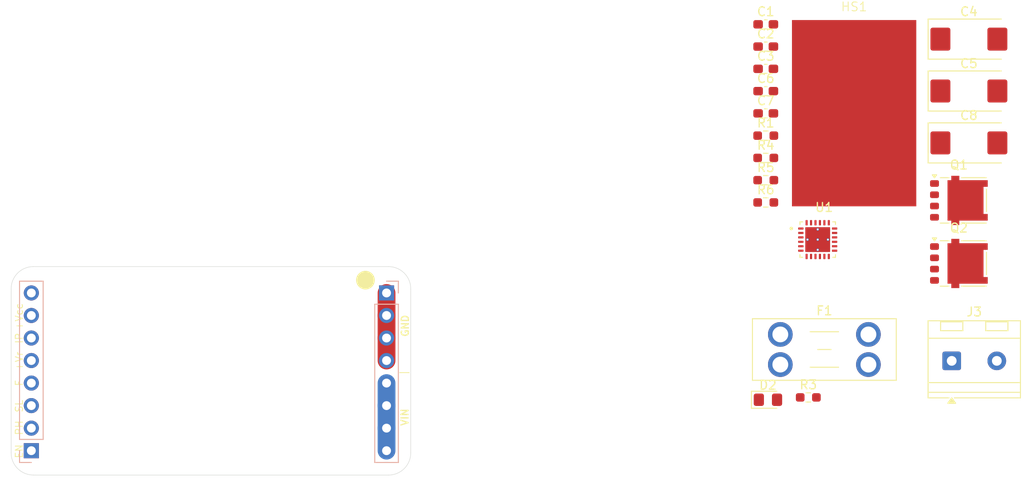
<source format=kicad_pcb>
(kicad_pcb (version 20241229) (generator "pcbnew") (generator_version "9.0")
  (layers (0 "F.Cu" signal) (2 "B.Cu" signal) (13 "F.Paste" user) (15 "B.Paste" user) (5 "F.SilkS" user "F.Silkscreen") (7 "B.SilkS" user "B.Silkscreen") (1 "F.Mask" user) (3 "B.Mask" user) (25 "Edge.Cuts" user))
  (net 0 "")
  (net 1 "Net-(U1-CPL)")
  (net 2 "Net-(U1-CPH)")
  (net 3 "+VM")
  (net 4 "Net-(U1-VCP)")
  (net 5 "GND")
  (net 6 "Net-(U1-AVDD)")
  (net 7 "/Power supply/Vin")
  (net 8 "Net-(D2-A)")
  (net 9 "/Motor driver/EN")
  (net 10 "Net-(U1-DVDD)")
  (net 11 "+Vcc")
  (net 13 "/Motor driver/FAULT")
  (net 14 "/Motor driver/PH")
  (net 15 "/Motor driver/SLEEP")
  (net 16 "/Motor driver/OUT1")
  (net 17 "unconnected-(J1-Pin_6-Pad6)")
  (net 18 "+Vref")
  (net 19 "Net-(Q1-G)")
  (net 20 "Net-(Q2-G)")
  (net 21 "Net-(U1-SH1)")
  (net 22 "Net-(U1-IDRIVE)")
  (net 23 "Net-(U1-SNSOUT)")
  (footprint "Capacitor_SMD:C_0603_1608Metric_Pad1.08x0.95mm_HandSolder" (layer "F.Cu") (at 132.98 36.08)
    (property "Reference" "C3" (at 0 -1.43 0) (layer "F.SilkS"))
    (property "Value" "100nF")
    (fp_line (start -0.146267 -0.51) (end 0.146267 -0.51) (stroke (width 0.12)) (layer "F.SilkS"))
    (fp_line (start -0.146267 0.51) (end 0.146267 0.51) (stroke (width 0.12)) (layer "F.SilkS"))
    (pad "1" smd roundrect (at -0.8625 0) (size 1.075 0.95) (layers "F.Cu" "F.Mask" "F.Paste") (net 3 "+VM"))
    (pad "2" smd roundrect (at 0.8625 0) (size 1.075 0.95) (layers "F.Cu" "F.Mask" "F.Paste") (net 5 "GND"))
  )
  (footprint "Package_SO:ONSemi_SO-8FL_488AA" (layer "F.Cu") (at 154.73 50.91)
    (property "Reference" "Q1" (at 0 -4 0) (layer "F.SilkS"))
    (property "Value" "NMOS")
    (fp_line (start -1.11825 -2.56) (end -2.10325 -2.56) (stroke (width 0.12)) (layer "F.SilkS"))
    (fp_line (start -1.11825 2.56) (end -2.10325 2.56) (stroke (width 0.12)) (layer "F.SilkS"))
    (fp_line (start 3.07775 -2.56) (end 0.30775 -2.56) (stroke (width 0.12)) (layer "F.SilkS"))
    (fp_line (start 3.07775 2.56) (end 0.30775 2.56) (stroke (width 0.12)) (layer "F.SilkS"))
    (fp_line (start 3.10775 -1.27) (end 3.10775 1.27) (stroke (width 0.12)) (layer "F.SilkS"))
    (fp_poly (pts (xy -2.75 -2.55) (xy -2.51 -2.88) (xy -2.99 -2.88) (xy -2.75 -2.55)) (stroke (width 0.12)) (fill yes) (layer "F.SilkS"))
    (pad "1" smd roundrect (at -2.74725 -1.905) (size 1 0.75) (layers "F.Cu" "F.Mask" "F.Paste") (net 3 "+VM"))
    (pad "2" smd roundrect (at -2.74725 -0.635) (size 1 0.75) (layers "F.Cu" "F.Mask" "F.Paste") (net 19 "Net-(Q1-G)"))
    (pad "3" smd roundrect (at -2.74725 0.635) (size 1 0.75) (layers "F.Cu" "F.Mask" "F.Paste") (net 16 "/Motor driver/OUT1"))
    (pad "4" smd roundrect (at -2.74725 1.905) (size 1 0.75) (layers "F.Cu" "F.Mask" "F.Paste"))
    (pad "5" smd custom (at 0.745 0) (size 4.055 4.56) (layers "F.Cu" "F.Mask" "F.Paste") (options (clearance outline) (anchor rect)) (primitives (gr_poly (pts (xy -0.6975 -2.28) (xy 2.5025 -2.28) (xy 2.5025 -1.53) (xy 1.905 -1.53) (xy 1.905 1.53) (xy 2.5025 1.53) (xy 2.5025 2.28) (xy -0.6975 2.28) (xy -0.6975 2.775) (xy -1.6025 2.775) (xy -1.6025 -2.775) (xy -0.6975 -2.775)) (width 0) (fill yes))))
  )
  (footprint "Resistor_SMD:R_0603_1608Metric_Pad0.98x0.95mm_HandSolder" (layer "F.Cu") (at 132.98 43.61)
    (property "Reference" "R1" (at 0 -1.43 0) (layer "F.SilkS"))
    (property "Value" "10k")
    (fp_line (start -0.254724 -0.5225) (end 0.254724 -0.5225) (stroke (width 0.12)) (layer "F.SilkS"))
    (fp_line (start -0.254724 0.5225) (end 0.254724 0.5225) (stroke (width 0.12)) (layer "F.SilkS"))
    (pad "1" smd roundrect (at -0.9125 0) (size 0.975 0.95) (layers "F.Cu" "F.Mask" "F.Paste") (net 11 "+Vcc"))
    (pad "2" smd roundrect (at 0.9125 0) (size 0.975 0.95) (layers "F.Cu" "F.Mask" "F.Paste") (net 13 "/Motor driver/FAULT"))
  )
  (footprint "Capacitor_Tantalum_SMD:CP_EIA-7343-40_Kemet-Y_HandSolder" (layer "F.Cu") (at 155.855 38.58)
    (property "Reference" "C5" (at 0 -3.1 0) (layer "F.SilkS"))
    (property "Value" "100uF")
    (fp_line (start -4.59 -2.26) (end -4.59 2.26) (stroke (width 0.12)) (layer "F.SilkS"))
    (fp_line (start -4.59 2.26) (end 3.65 2.26) (stroke (width 0.12)) (layer "F.SilkS"))
    (fp_line (start 3.65 -2.26) (end -4.59 -2.26) (stroke (width 0.12)) (layer "F.SilkS"))
    (pad "1" smd roundrect (at -3.2075 0) (size 2.245 2.59) (layers "F.Cu" "F.Mask" "F.Paste") (roundrect_rratio 0.111359) (net 3 "+VM"))
    (pad "2" smd roundrect (at 3.2075 0) (size 2.245 2.59) (layers "F.Cu" "F.Mask" "F.Paste") (roundrect_rratio 0.111359) (net 5 "GND"))
  )
  (footprint "Capacitor_SMD:C_0603_1608Metric_Pad1.08x0.95mm_HandSolder" (layer "F.Cu") (at 132.98 38.59)
    (property "Reference" "C6" (at 0 -1.43 0) (layer "F.SilkS"))
    (property "Value" "1uF")
    (fp_line (start -0.146267 -0.51) (end 0.146267 -0.51) (stroke (width 0.12)) (layer "F.SilkS"))
    (fp_line (start -0.146267 0.51) (end 0.146267 0.51) (stroke (width 0.12)) (layer "F.SilkS"))
    (pad "1" smd roundrect (at -0.8625 0) (size 1.075 0.95) (layers "F.Cu" "F.Mask" "F.Paste") (net 3 "+VM"))
    (pad "2" smd roundrect (at 0.8625 0) (size 1.075 0.95) (layers "F.Cu" "F.Mask" "F.Paste") (net 4 "Net-(U1-VCP)"))
  )
  (footprint "Capacitor_Tantalum_SMD:CP_EIA-7343-40_Kemet-Y_HandSolder" (layer "F.Cu") (at 155.855 32.73)
    (property "Reference" "C4" (at 0 -3.1 0) (layer "F.SilkS"))
    (property "Value" "100uF")
    (fp_line (start -4.59 -2.26) (end -4.59 2.26) (stroke (width 0.12)) (layer "F.SilkS"))
    (fp_line (start -4.59 2.26) (end 3.65 2.26) (stroke (width 0.12)) (layer "F.SilkS"))
    (fp_line (start 3.65 -2.26) (end -4.59 -2.26) (stroke (width 0.12)) (layer "F.SilkS"))
    (pad "1" smd roundrect (at -3.2075 0) (size 2.245 2.59) (layers "F.Cu" "F.Mask" "F.Paste") (roundrect_rratio 0.111359) (net 3 "+VM"))
    (pad "2" smd roundrect (at 3.2075 0) (size 2.245 2.59) (layers "F.Cu" "F.Mask" "F.Paste") (roundrect_rratio 0.111359) (net 5 "GND"))
  )
  (footprint "TerminalBlock_RND:TerminalBlock_RND_205-00232_1x02_P5.08mm_Horizontal" (layer "F.Cu") (at 153.92 69)
    (property "Reference" "J3" (at 2.54 -5.52 0) (layer "F.SilkS"))
    (property "Value" "1x2 5.08")
    (fp_line (start -2.66 -4.52) (end 7.74 -4.52) (stroke (width 0.12)) (layer "F.SilkS"))
    (fp_line (start -2.66 -2.55) (end 7.74 -2.55) (stroke (width 0.12)) (layer "F.SilkS"))
    (fp_line (start -2.66 2.45) (end 7.74 2.45) (stroke (width 0.12)) (layer "F.SilkS"))
    (fp_line (start -2.66 3.55) (end 7.74 3.55) (stroke (width 0.12)) (layer "F.SilkS"))
    (fp_line (start -2.66 4.17) (end -2.66 -4.52) (stroke (width 0.12)) (layer "F.SilkS"))
    (fp_line (start -1.25 -4.4) (end 1.25 -4.4) (stroke (width 0.12)) (layer "F.SilkS"))
    (fp_line (start -1.25 -3.4) (end -1.25 -4.4) (stroke (width 0.12)) (layer "F.SilkS"))
    (fp_line (start -0.3 4.17) (end -2.66 4.17) (stroke (width 0.12)) (layer "F.SilkS"))
    (fp_line (start 1.25 -4.4) (end 1.25 -3.4) (stroke (width 0.12)) (layer "F.SilkS"))
    (fp_line (start 1.25 -3.4) (end -1.25 -3.4) (stroke (width 0.12)) (layer "F.SilkS"))
    (fp_line (start 3.83 -4.4) (end 6.33 -4.4) (stroke (width 0.12)) (layer "F.SilkS"))
    (fp_line (start 3.83 -3.4) (end 3.83 -4.4) (stroke (width 0.12)) (layer "F.SilkS"))
    (fp_line (start 6.33 -4.4) (end 6.33 -3.4) (stroke (width 0.12)) (layer "F.SilkS"))
    (fp_line (start 6.33 -3.4) (end 3.83 -3.4) (stroke (width 0.12)) (layer "F.SilkS"))
    (fp_line (start 7.74 -4.52) (end 7.74 4.17) (stroke (width 0.12)) (layer "F.SilkS"))
    (fp_line (start 7.74 4.17) (end 0.3 4.17) (stroke (width 0.12)) (layer "F.SilkS"))
    (fp_poly (pts (xy 0 4.17) (xy 0.44 4.78) (xy -0.44 4.78)) (stroke (width 0.12)) (fill yes) (layer "F.SilkS"))
    (pad "1" thru_hole roundrect (at 0 0) (size 2.1 2.1) (drill 1.1) (layers "*.Cu" "*.Mask") (roundrect_rratio 0.119048) (net 16 "/Motor driver/OUT1"))
    (pad "2" thru_hole circle (at 5.08 0) (size 2.1 2.1) (drill 1.1) (layers "*.Cu" "*.Mask") (net 5 "GND"))
  )
  (footprint "Resistor_SMD:R_0603_1608Metric_Pad0.98x0.95mm_HandSolder" (layer "F.Cu") (at 132.98 48.63)
    (property "Reference" "R5" (at 0 -1.43 0) (layer "F.SilkS"))
    (property "Value" "200k")
    (fp_line (start -0.254724 -0.5225) (end 0.254724 -0.5225) (stroke (width 0.12)) (layer "F.SilkS"))
    (fp_line (start -0.254724 0.5225) (end 0.254724 0.5225) (stroke (width 0.12)) (layer "F.SilkS"))
    (pad "1" smd roundrect (at -0.9125 0) (size 0.975 0.95) (layers "F.Cu" "F.Mask" "F.Paste") (net 22 "Net-(U1-IDRIVE)"))
    (pad "2" smd roundrect (at 0.9125 0) (size 0.975 0.95) (layers "F.Cu" "F.Mask" "F.Paste") (net 5 "GND"))
  )
  (footprint "Package_SO:ONSemi_SO-8FL_488AA" (layer "F.Cu") (at 154.73 58.02)
    (property "Reference" "Q2" (at 0 -4 0) (layer "F.SilkS"))
    (property "Value" "NMOS")
    (fp_line (start -1.11825 -2.56) (end -2.10325 -2.56) (stroke (width 0.12)) (layer "F.SilkS"))
    (fp_line (start -1.11825 2.56) (end -2.10325 2.56) (stroke (width 0.12)) (layer "F.SilkS"))
    (fp_line (start 3.07775 -2.56) (end 0.30775 -2.56) (stroke (width 0.12)) (layer "F.SilkS"))
    (fp_line (start 3.07775 2.56) (end 0.30775 2.56) (stroke (width 0.12)) (layer "F.SilkS"))
    (fp_line (start 3.10775 -1.27) (end 3.10775 1.27) (stroke (width 0.12)) (layer "F.SilkS"))
    (fp_poly (pts (xy -2.75 -2.55) (xy -2.51 -2.88) (xy -2.99 -2.88) (xy -2.75 -2.55)) (stroke (width 0.12)) (fill yes) (layer "F.SilkS"))
    (pad "1" smd roundrect (at -2.74725 -1.905) (size 1 0.75) (layers "F.Cu" "F.Mask" "F.Paste") (net 16 "/Motor driver/OUT1"))
    (pad "2" smd roundrect (at -2.74725 -0.635) (size 1 0.75) (layers "F.Cu" "F.Mask" "F.Paste") (net 20 "Net-(Q2-G)"))
    (pad "3" smd roundrect (at -2.74725 0.635) (size 1 0.75) (layers "F.Cu" "F.Mask" "F.Paste") (net 5 "GND"))
    (pad "4" smd roundrect (at -2.74725 1.905) (size 1 0.75) (layers "F.Cu" "F.Mask" "F.Paste"))
    (pad "5" smd custom (at 0.745 0) (size 4.055 4.56) (layers "F.Cu" "F.Mask" "F.Paste") (options (clearance outline) (anchor rect)) (primitives (gr_poly (pts (xy -0.6975 -2.28) (xy 2.5025 -2.28) (xy 2.5025 -1.53) (xy 1.905 -1.53) (xy 1.905 1.53) (xy 2.5025 1.53) (xy 2.5025 2.28) (xy -0.6975 2.28) (xy -0.6975 2.775) (xy -1.6025 2.775) (xy -1.6025 -2.775) (xy -0.6975 -2.775)) (width 0) (fill yes))))
  )
  (footprint "Resistor_SMD:R_0603_1608Metric_Pad0.98x0.95mm_HandSolder" (layer "F.Cu") (at 137.77 73.12)
    (property "Reference" "R3" (at 0 -1.43 0) (layer "F.SilkS"))
    (property "Value" "4k7")
    (fp_line (start -0.254724 -0.5225) (end 0.254724 -0.5225) (stroke (width 0.12)) (layer "F.SilkS"))
    (fp_line (start -0.254724 0.5225) (end 0.254724 0.5225) (stroke (width 0.12)) (layer "F.SilkS"))
    (pad "1" smd roundrect (at -0.9125 0) (size 0.975 0.95) (layers "F.Cu" "F.Mask" "F.Paste") (net 3 "+VM"))
    (pad "2" smd roundrect (at 0.9125 0) (size 0.975 0.95) (layers "F.Cu" "F.Mask" "F.Paste") (net 8 "Net-(D2-A)"))
  )
  (footprint "Capacitor_SMD:C_0603_1608Metric_Pad1.08x0.95mm_HandSolder" (layer "F.Cu") (at 132.98 41.1)
    (property "Reference" "C7" (at 0 -1.43 0) (layer "F.SilkS"))
    (property "Value" "1uF")
    (fp_line (start -0.146267 -0.51) (end 0.146267 -0.51) (stroke (width 0.12)) (layer "F.SilkS"))
    (fp_line (start -0.146267 0.51) (end 0.146267 0.51) (stroke (width 0.12)) (layer "F.SilkS"))
    (pad "1" smd roundrect (at -0.8625 0) (size 1.075 0.95) (layers "F.Cu" "F.Mask" "F.Paste") (net 5 "GND"))
    (pad "2" smd roundrect (at 0.8625 0) (size 1.075 0.95) (layers "F.Cu" "F.Mask" "F.Paste") (net 10 "Net-(U1-DVDD)"))
  )
  (footprint "Resistor_SMD:R_0603_1608Metric_Pad0.98x0.95mm_HandSolder" (layer "F.Cu") (at 132.98 46.12)
    (property "Reference" "R4" (at 0 -1.43 0) (layer "F.SilkS"))
    (property "Value" "330R")
    (fp_line (start -0.254724 -0.5225) (end 0.254724 -0.5225) (stroke (width 0.12)) (layer "F.SilkS"))
    (fp_line (start -0.254724 0.5225) (end 0.254724 0.5225) (stroke (width 0.12)) (layer "F.SilkS"))
    (pad "1" smd roundrect (at -0.9125 0) (size 0.975 0.95) (layers "F.Cu" "F.Mask" "F.Paste") (net 5 "GND"))
    (pad "2" smd roundrect (at 0.9125 0) (size 0.975 0.95) (layers "F.Cu" "F.Mask" "F.Paste") (net 21 "Net-(U1-SH1)"))
  )
  (footprint "Fuse:Fuseholder_Blade_Mini_Keystone_3568" (layer "F.Cu") (at 134.62 66.02)
    (property "Reference" "F1" (at 4.96 -2.67 0) (layer "F.SilkS"))
    (property "Value" "FUSE 15A")
    (fp_line (start -3.14 -1.77) (end -3.14 5.17) (stroke (width 0.12)) (layer "F.SilkS"))
    (fp_line (start -3.14 5.17) (end 13.06 5.17) (stroke (width 0.12)) (layer "F.SilkS"))
    (fp_line (start 3.36 -0.3) (end 6.56 -0.3) (stroke (width 0.12)) (layer "F.SilkS"))
    (fp_line (start 4.21 1.7) (end 5.71 1.7) (stroke (width 0.12)) (layer "F.SilkS"))
    (fp_line (start 6.56 3.7) (end 3.36 3.7) (stroke (width 0.12)) (layer "F.SilkS"))
    (fp_line (start 13.06 -1.77) (end -3.14 -1.77) (stroke (width 0.12)) (layer "F.SilkS"))
    (fp_line (start 13.06 5.17) (end 13.06 -1.77) (stroke (width 0.12)) (layer "F.SilkS"))
    (pad "1" thru_hole circle (at 0 0) (size 2.78 2.78) (drill 1.78) (layers "*.Cu" "*.Mask") (net 7 "/Power supply/Vin"))
    (pad "1" thru_hole circle (at 0 3.4) (size 2.78 2.78) (drill 1.78) (layers "*.Cu" "*.Mask") (net 7 "/Power supply/Vin"))
    (pad "2" thru_hole circle (at 9.92 0) (size 2.78 2.78) (drill 1.78) (layers "*.Cu" "*.Mask") (net 3 "+VM"))
    (pad "2" thru_hole circle (at 9.92 3.4) (size 2.78 2.78) (drill 1.78) (layers "*.Cu" "*.Mask") (net 3 "+VM"))
  )
  (footprint "Capacitor_Tantalum_SMD:CP_EIA-7343-40_Kemet-Y_HandSolder" (layer "F.Cu") (at 155.855 44.43)
    (property "Reference" "C8" (at 0 -3.1 0) (layer "F.SilkS"))
    (property "Value" "100uF")
    (fp_line (start -4.59 -2.26) (end -4.59 2.26) (stroke (width 0.12)) (layer "F.SilkS"))
    (fp_line (start -4.59 2.26) (end 3.65 2.26) (stroke (width 0.12)) (layer "F.SilkS"))
    (fp_line (start 3.65 -2.26) (end -4.59 -2.26) (stroke (width 0.12)) (layer "F.SilkS"))
    (pad "1" smd roundrect (at -3.2075 0) (size 2.245 2.59) (layers "F.Cu" "F.Mask" "F.Paste") (roundrect_rratio 0.111359) (net 3 "+VM"))
    (pad "2" smd roundrect (at 3.2075 0) (size 2.245 2.59) (layers "F.Cu" "F.Mask" "F.Paste") (roundrect_rratio 0.111359) (net 5 "GND"))
  )
  (footprint "DRV8701PRGER:QFN50P400X400X100-25N" (layer "F.Cu") (at 138.83 55.33)
    (property "Reference" "U1" (at 0.725 -3.635 0) (layer "F.SilkS"))
    (property "Value" "DRV8701E")
    (fp_line (start -2 -2) (end -2 -1.705) (stroke (width 0.127)) (layer "F.SilkS"))
    (fp_line (start -2 -2) (end -1.705 -2) (stroke (width 0.127)) (layer "F.SilkS"))
    (fp_line (start -2 2) (end -2 1.705) (stroke (width 0.127)) (layer "F.SilkS"))
    (fp_line (start -2 2) (end -1.705 2) (stroke (width 0.127)) (layer "F.SilkS"))
    (fp_line (start 2 -2) (end 1.705 -2) (stroke (width 0.127)) (layer "F.SilkS"))
    (fp_line (start 2 -2) (end 2 -1.705) (stroke (width 0.127)) (layer "F.SilkS"))
    (fp_line (start 2 2) (end 1.705 2) (stroke (width 0.127)) (layer "F.SilkS"))
    (fp_line (start 2 2) (end 2 1.705) (stroke (width 0.127)) (layer "F.SilkS"))
    (fp_circle (center -2.975 -1.25) (end -2.875 -1.25) (stroke (width 0.2)) (fill no) (layer "F.SilkS"))
    (pad "1" smd roundrect (at -1.9 -1.25) (size 0.6 0.24) (layers "F.Cu" "F.Paste") (roundrect_rratio 0.16) (net 3 "+VM"))
    (pad "2" smd roundrect (at -1.9 -0.75) (size 0.6 0.24) (layers "F.Cu" "F.Paste") (roundrect_rratio 0.16) (net 4 "Net-(U1-VCP)"))
    (pad "3" smd roundrect (at -1.9 -0.25) (size 0.6 0.24) (layers "F.Cu" "F.Paste") (roundrect_rratio 0.16) (net 2 "Net-(U1-CPH)"))
    (pad "4" smd roundrect (at -1.9 0.25) (size 0.6 0.24) (layers "F.Cu" "F.Paste") (roundrect_rratio 0.16) (net 1 "Net-(U1-CPL)"))
    (pad "5" smd roundrect (at -1.9 0.75) (size 0.6 0.24) (layers "F.Cu" "F.Paste") (roundrect_rratio 0.16) (net 5 "GND"))
    (pad "6" smd roundrect (at -1.9 1.25) (size 0.6 0.24) (layers "F.Cu" "F.Paste") (roundrect_rratio 0.16))
    (pad "7" smd roundrect (at -1.25 1.9) (size 0.24 0.6) (layers "F.Cu" "F.Paste") (roundrect_rratio 0.16) (net 6 "Net-(U1-AVDD)"))
    (pad "8" smd roundrect (at -0.75 1.9) (size 0.24 0.6) (layers "F.Cu" "F.Paste") (roundrect_rratio 0.16) (net 10 "Net-(U1-DVDD)"))
    (pad "9" smd roundrect (at -0.25 1.9) (size 0.24 0.6) (layers "F.Cu" "F.Paste") (roundrect_rratio 0.16) (net 13 "/Motor driver/FAULT"))
    (pad "10" smd roundrect (at 0.25 1.9) (size 0.24 0.6) (layers "F.Cu" "F.Paste") (roundrect_rratio 0.16) (net 23 "Net-(U1-SNSOUT)"))
    (pad "11" smd roundrect (at 0.75 1.9) (size 0.24 0.6) (layers "F.Cu" "F.Paste") (roundrect_rratio 0.16))
    (pad "12" smd roundrect (at 1.25 1.9) (size 0.24 0.6) (layers "F.Cu" "F.Paste") (roundrect_rratio 0.16) (net 22 "Net-(U1-IDRIVE)"))
    (pad "13" smd roundrect (at 1.9 1.25) (size 0.6 0.24) (layers "F.Cu" "F.Paste") (roundrect_rratio 0.16) (net 15 "/Motor driver/SLEEP"))
    (pad "14" smd roundrect (at 1.9 0.75) (size 0.6 0.24) (layers "F.Cu" "F.Paste") (roundrect_rratio 0.16) (net 9 "/Motor driver/EN"))
    (pad "15" smd roundrect (at 1.9 0.25) (size 0.6 0.24) (layers "F.Cu" "F.Paste") (roundrect_rratio 0.16) (net 14 "/Motor driver/PH"))
    (pad "16" smd roundrect (at 1.9 -0.25) (size 0.6 0.24) (layers "F.Cu" "F.Paste") (roundrect_rratio 0.16) (net 5 "GND"))
    (pad "17" smd roundrect (at 1.9 -0.75) (size 0.6 0.24) (layers "F.Cu" "F.Paste") (roundrect_rratio 0.16))
    (pad "18" smd roundrect (at 1.9 -1.25) (size 0.6 0.24) (layers "F.Cu" "F.Paste") (roundrect_rratio 0.16) (net 21 "Net-(U1-SH1)"))
    (pad "19" smd roundrect (at 1.25 -1.9) (size 0.24 0.6) (layers "F.Cu" "F.Paste") (roundrect_rratio 0.16))
    (pad "20" smd roundrect (at 0.75 -1.9) (size 0.24 0.6) (layers "F.Cu" "F.Paste") (roundrect_rratio 0.16) (net 5 "GND"))
    (pad "21" smd roundrect (at 0.25 -1.9) (size 0.24 0.6) (layers "F.Cu" "F.Paste") (roundrect_rratio 0.16) (net 5 "GND"))
    (pad "22" smd roundrect (at -0.25 -1.9) (size 0.24 0.6) (layers "F.Cu" "F.Paste") (roundrect_rratio 0.16) (net 20 "Net-(Q2-G)"))
    (pad "23" smd roundrect (at -0.75 -1.9) (size 0.24 0.6) (layers "F.Cu" "F.Paste") (roundrect_rratio 0.16) (net 16 "/Motor driver/OUT1"))
    (pad "24" smd roundrect (at -1.25 -1.9) (size 0.24 0.6) (layers "F.Cu" "F.Paste") (roundrect_rratio 0.16) (net 19 "Net-(Q1-G)"))
    (pad "25" smd roundrect (at 0 0) (size 2.8 2.8) (layers "F.Cu") (roundrect_rratio 0.02) (net 5 "GND"))
    (pad "26" thru_hole circle (at 0 -1.15) (size 0.3 0.3) (drill 0.2) (layers "*.Cu"))
    (pad "27" thru_hole circle (at -1.15 0) (size 0.3 0.3) (drill 0.2) (layers "*.Cu"))
    (pad "28" thru_hole circle (at 0 0) (size 0.3 0.3) (drill 0.2) (layers "*.Cu"))
    (pad "29" thru_hole circle (at 1.15 0) (size 0.3 0.3) (drill 0.2) (layers "*.Cu"))
    (pad "30" thru_hole circle (at 0 1.15) (size 0.3 0.3) (drill 0.2) (layers "*.Cu"))
  )
  (footprint "Resistor_SMD:R_0603_1608Metric_Pad0.98x0.95mm_HandSolder" (layer "F.Cu") (at 132.98 51.14)
    (property "Reference" "R6" (at 0 -1.43 0) (layer "F.SilkS"))
    (property "Value" "10k")
    (fp_line (start -0.254724 -0.5225) (end 0.254724 -0.5225) (stroke (width 0.12)) (layer "F.SilkS"))
    (fp_line (start -0.254724 0.5225) (end 0.254724 0.5225) (stroke (width 0.12)) (layer "F.SilkS"))
    (pad "1" smd roundrect (at -0.9125 0) (size 0.975 0.95) (layers "F.Cu" "F.Mask" "F.Paste") (net 11 "+Vcc"))
    (pad "2" smd roundrect (at 0.9125 0) (size 0.975 0.95) (layers "F.Cu" "F.Mask" "F.Paste") (net 23 "Net-(U1-SNSOUT)"))
  )
  (footprint "heatsinks:DRV8874_TO220_Heatsink" (layer "F.Cu") (at 142.93 41.08)
    (property "Reference" "HS1" (at 0 -12 0) (layer "F.SilkS") (effects (font (thickness 0.1))))
    (property "Value" "Heatsink")
    (pad "GND" smd rect (at 0 0) (size 14 21) (layers "F.Cu" "F.Mask"))
  )
  (footprint "Capacitor_SMD:C_0603_1608Metric_Pad1.08x0.95mm_HandSolder" (layer "F.Cu") (at 132.98 31.06)
    (property "Reference" "C1" (at 0 -1.43 0) (layer "F.SilkS"))
    (property "Value" "1uF")
    (fp_line (start -0.146267 -0.51) (end 0.146267 -0.51) (stroke (width 0.12)) (layer "F.SilkS"))
    (fp_line (start -0.146267 0.51) (end 0.146267 0.51) (stroke (width 0.12)) (layer "F.SilkS"))
    (pad "1" smd roundrect (at -0.8625 0) (size 1.075 0.95) (layers "F.Cu" "F.Mask" "F.Paste") (net 5 "GND"))
    (pad "2" smd roundrect (at 0.8625 0) (size 1.075 0.95) (layers "F.Cu" "F.Mask" "F.Paste") (net 6 "Net-(U1-AVDD)"))
  )
  (footprint "Capacitor_SMD:C_0603_1608Metric_Pad1.08x0.95mm_HandSolder" (layer "F.Cu") (at 132.98 33.57)
    (property "Reference" "C2" (at 0 -1.43 0) (layer "F.SilkS"))
    (property "Value" "100nF")
    (fp_line (start -0.146267 -0.51) (end 0.146267 -0.51) (stroke (width 0.12)) (layer "F.SilkS"))
    (fp_line (start -0.146267 0.51) (end 0.146267 0.51) (stroke (width 0.12)) (layer "F.SilkS"))
    (pad "1" smd roundrect (at -0.8625 0) (size 1.075 0.95) (layers "F.Cu" "F.Mask" "F.Paste") (net 2 "Net-(U1-CPH)"))
    (pad "2" smd roundrect (at 0.8625 0) (size 1.075 0.95) (layers "F.Cu" "F.Mask" "F.Paste") (net 1 "Net-(U1-CPL)"))
  )
  (footprint "LED_SMD:LED_0805_2012Metric_Pad1.15x1.40mm_HandSolder" (layer "F.Cu") (at 133.225 73.385)
    (property "Reference" "D2" (at 0 -1.65 0) (layer "F.SilkS"))
    (property "Value" "LED_GREEN")
    (fp_line (start -1.86 -0.96) (end -1.86 0.96) (stroke (width 0.12)) (layer "F.SilkS"))
    (fp_line (start -1.86 0.96) (end 1 0.96) (stroke (width 0.12)) (layer "F.SilkS"))
    (fp_line (start 1 -0.96) (end -1.86 -0.96) (stroke (width 0.12)) (layer "F.SilkS"))
    (pad "1" smd roundrect (at -1.025 0) (size 1.15 1.4) (layers "F.Cu" "F.Mask" "F.Paste") (roundrect_rratio 0.217391) (net 5 "GND"))
    (pad "2" smd roundrect (at 1.025 0) (size 1.15 1.4) (layers "F.Cu" "F.Mask" "F.Paste") (roundrect_rratio 0.217391) (net 8 "Net-(D2-A)"))
  )
  (footprint "Connector_PinHeader_2.54mm:PinHeader_1x08_P2.54mm_Vertical" (layer "B.Cu") (at 50.275 79.125)
    (property "Reference" "J1" (hide yes))
    (property "Value" "1x8 2.54")
    (fp_line (start -1.33 -19.11) (end -1.33 -1.27) (stroke (width 0.12)) (layer "B.SilkS"))
    (fp_line (start -1.33 1.33) (end -1.33 0) (stroke (width 0.12)) (layer "B.SilkS"))
    (fp_line (start 0 1.33) (end -1.33 1.33) (stroke (width 0.12)) (layer "B.SilkS"))
    (fp_line (start 1.33 -19.11) (end -1.33 -19.11) (stroke (width 0.12)) (layer "B.SilkS"))
    (fp_line (start 1.33 -19.11) (end 1.33 -1.27) (stroke (width 0.12)) (layer "B.SilkS"))
    (fp_line (start 1.33 -1.27) (end -1.33 -1.27) (stroke (width 0.12)) (layer "B.SilkS"))
    (pad "1" thru_hole rect (at 0 0) (size 1.7 1.7) (drill 1) (layers "*.Cu" "*.Mask") (net 9 "/Motor driver/EN"))
    (pad "2" thru_hole oval (at 0 -2.54) (size 1.7 1.7) (drill 1) (layers "*.Cu" "*.Mask") (net 14 "/Motor driver/PH"))
    (pad "3" thru_hole oval (at 0 -5.08) (size 1.7 1.7) (drill 1) (layers "*.Cu" "*.Mask") (net 15 "/Motor driver/SLEEP"))
    (pad "4" thru_hole oval (at 0 -7.62) (size 1.7 1.7) (drill 1) (layers "*.Cu" "*.Mask") (net 13 "/Motor driver/FAULT"))
    (pad "5" thru_hole oval (at 0 -10.16) (size 1.7 1.7) (drill 1) (layers "*.Cu" "*.Mask") (net 18 "+Vref"))
    (pad "6" thru_hole oval (at 0 -12.7) (size 1.7 1.7) (drill 1) (layers "*.Cu" "*.Mask") (net 17 "unconnected-(J1-Pin_6-Pad6)"))
    (pad "7" thru_hole oval (at 0 -15.24) (size 1.7 1.7) (drill 1) (layers "*.Cu" "*.Mask") (net 11 "+Vcc"))
    (pad "8" thru_hole oval (at 0 -17.78) (size 1.7 1.7) (drill 1) (layers "*.Cu" "*.Mask"))
  )
  (footprint "Connector_PinHeader_2.54mm:PinHeader_1x08_P2.54mm_Vertical" (layer "B.Cu") (at 90.275 61.345 180)
    (property "Reference" "J2" (hide yes))
    (property "Value" "1x8 2.54")
    (fp_line (start 1.33 -1.27) (end -1.33 -1.27) (stroke (width 0.12)) (layer "B.SilkS"))
    (fp_line (start 1.33 -19.11) (end 1.33 -1.27) (stroke (width 0.12)) (layer "B.SilkS"))
    (fp_line (start 1.33 -19.11) (end -1.33 -19.11) (stroke (width 0.12)) (layer "B.SilkS"))
    (fp_line (start 0 1.33) (end -1.33 1.33) (stroke (width 0.12)) (layer "B.SilkS"))
    (fp_line (start -1.33 1.33) (end -1.33 0) (stroke (width 0.12)) (layer "B.SilkS"))
    (fp_line (start -1.33 -19.11) (end -1.33 -1.27) (stroke (width 0.12)) (layer "B.SilkS"))
    (pad "1" thru_hole rect (at 0 0 180) (size 1.7 1.7) (drill 1) (layers "*.Cu" "*.Mask") (net 5 "GND"))
    (pad "2" thru_hole oval (at 0 -2.54 180) (size 1.7 1.7) (drill 1) (layers "*.Cu" "*.Mask") (net 5 "GND"))
    (pad "3" thru_hole oval (at 0 -5.08 180) (size 1.7 1.7) (drill 1) (layers "*.Cu" "*.Mask") (net 5 "GND"))
    (pad "4" thru_hole oval (at 0 -7.62 180) (size 1.7 1.7) (drill 1) (layers "*.Cu" "*.Mask") (net 5 "GND"))
    (pad "5" thru_hole oval (at 0 -10.16 180) (size 1.7 1.7) (drill 1) (layers "*.Cu" "*.Mask") (net 7 "/Power supply/Vin"))
    (pad "6" thru_hole oval (at 0 -12.7 180) (size 1.7 1.7) (drill 1) (layers "*.Cu" "*.Mask") (net 7 "/Power supply/Vin"))
    (pad "7" thru_hole oval (at 0 -15.24 180) (size 1.7 1.7) (drill 1) (layers "*.Cu" "*.Mask") (net 7 "/Power supply/Vin"))
    (pad "8" thru_hole oval (at 0 -17.78 180) (size 1.7 1.7) (drill 1) (layers "*.Cu" "*.Mask") (net 7 "/Power supply/Vin"))
  )
  (gr_line (start 92.825 70.325) (end 91.75 70.325) (stroke (width 0.1)) (layer "F.SilkS"))
  (gr_circle (center 87.9 59.9) (end 88.9 59.9) (stroke (width 0.1)) (fill yes) (layer "F.SilkS"))
  (gr_arc (start 93 79.375) (mid 92.267767 81.142767) (end 90.5 81.875) (stroke (width 0.05)) (layer "Edge.Cuts"))
  (gr_line (start 50.5 58.375) (end 90.5 58.375) (stroke (width 0.05)) (layer "Edge.Cuts"))
  (gr_line (start 93 79.375) (end 93 60.9) (stroke (width 0.05)) (layer "Edge.Cuts"))
  (gr_line (start 90.5 81.875) (end 50.5 81.875) (stroke (width 0.05)) (layer "Edge.Cuts"))
  (gr_line (start 93 60.875) (end 93 60.9) (stroke (width 0.05)) (layer "Edge.Cuts"))
  (gr_arc (start 48 60.875) (mid 48.732233 59.107233) (end 50.5 58.375) (stroke (width 0.05)) (layer "Edge.Cuts"))
  (gr_line (start 48 79.37) (end 48 60.875) (stroke (width 0.05)) (layer "Edge.Cuts"))
  (gr_arc (start 50.5 81.87) (mid 48.732233 81.137767) (end 48 79.37) (stroke (width 0.05)) (layer "Edge.Cuts"))
  (gr_arc (start 90.5 58.375) (mid 92.267767 59.107233) (end 93 60.875) (stroke (width 0.05)) (layer "Edge.Cuts"))
  (gr_text "SL" (at 48.9 74.1 90) (layer "F.SilkS") (effects (font (size 0.8 0.8) (thickness 0.1) (bold yes))))
  (gr_text "GND\n" (at 92.375 65.05 90) (layer "F.SilkS") (effects (font (size 0.8 0.8))))
  (gr_text "EN\n" (at 48.9 79.2 90) (layer "F.SilkS") (effects (font (size 0.8 0.8) (thickness 0.1) (bold yes))))
  (gr_text "+Vcc" (at 48.9 64.025 90) (layer "F.SilkS") (effects (font (size 0.8 0.8) (thickness 0.1) (bold yes))))
  (gr_text "F" (at 48.9 71.5 90) (layer "F.SilkS") (effects (font (size 0.8 0.8) (thickness 0.1) (bold yes))))
  (gr_text "PH" (at 48.9 76.55 90) (layer "F.SilkS") (effects (font (size 0.8 0.8) (thickness 0.1) (bold yes))))
  (gr_text "+Vr" (at 48.9 69.05 90) (layer "F.SilkS") (effects (font (size 0.8 0.8) (thickness 0.1) (bold yes))))
  (gr_text "IP" (at 48.9 66.45 90) (layer "F.SilkS") (effects (font (size 0.8 0.8) (thickness 0.1) (bold yes))))
  (gr_text "VIN\n\n" (at 92.975 75.35 90) (layer "F.SilkS") (effects (font (size 0.8 0.8))))
  (segment (start 90.275 63.885) (end 90.275 66.425) (width 2) (layer "F.Cu") (net 5))
  (segment (start 90.275 61.345) (end 90.275 63.885) (width 2) (layer "F.Cu") (net 5))
  (segment (start 90.275 66.425) (end 90.275 68.965) (width 2) (layer "F.Cu") (net 5))
  (segment (start 90.275 74.045) (end 90.275 76.585) (width 2) (layer "B.Cu") (net 7))
  (segment (start 90.275 71.505) (end 90.275 74.045) (width 2) (layer "B.Cu") (net 7))
  (segment (start 90.275 76.585) (end 90.275 79.125) (width 2) (layer "B.Cu") (net 7))
  (segment (start 50.67 71.9) (end 50.275 71.505) (width 0.4) (layer "B.Cu") (net 13))
  (segment (start 50.3825 71.6125) (end 50.275 71.505) (width 0.4) (layer "B.Cu") (net 13))
  (segment (start 50.315 74.005) (end 50.275 74.045) (width 0.4) (layer "B.Cu") (net 15))
  (segment (start 50.933142 66.425) (end 50.275 66.425) (width 0.4) (layer "B.Cu") (net 17))
)
</source>
